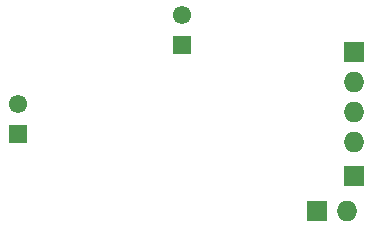
<source format=gbs>
G04 #@! TF.FileFunction,Soldermask,Bot*
%FSLAX46Y46*%
G04 Gerber Fmt 4.6, Leading zero omitted, Abs format (unit mm)*
G04 Created by KiCad (PCBNEW 4.0.6) date 06/26/18 11:36:21*
%MOMM*%
%LPD*%
G01*
G04 APERTURE LIST*
%ADD10C,0.150000*%
%ADD11R,1.730000X1.730000*%
%ADD12O,1.730000X1.730000*%
%ADD13R,1.554000X1.554000*%
%ADD14C,1.554000*%
G04 APERTURE END LIST*
D10*
D11*
X292930000Y-143680000D03*
D12*
X295470000Y-143680000D03*
D13*
X281500000Y-129560000D03*
D14*
X281500000Y-127020000D03*
D13*
X267610000Y-137130000D03*
D14*
X267610000Y-134590000D03*
D11*
X296050000Y-140710000D03*
X296070000Y-130150000D03*
D12*
X296070000Y-132690000D03*
X296070000Y-135230000D03*
X296070000Y-137770000D03*
M02*

</source>
